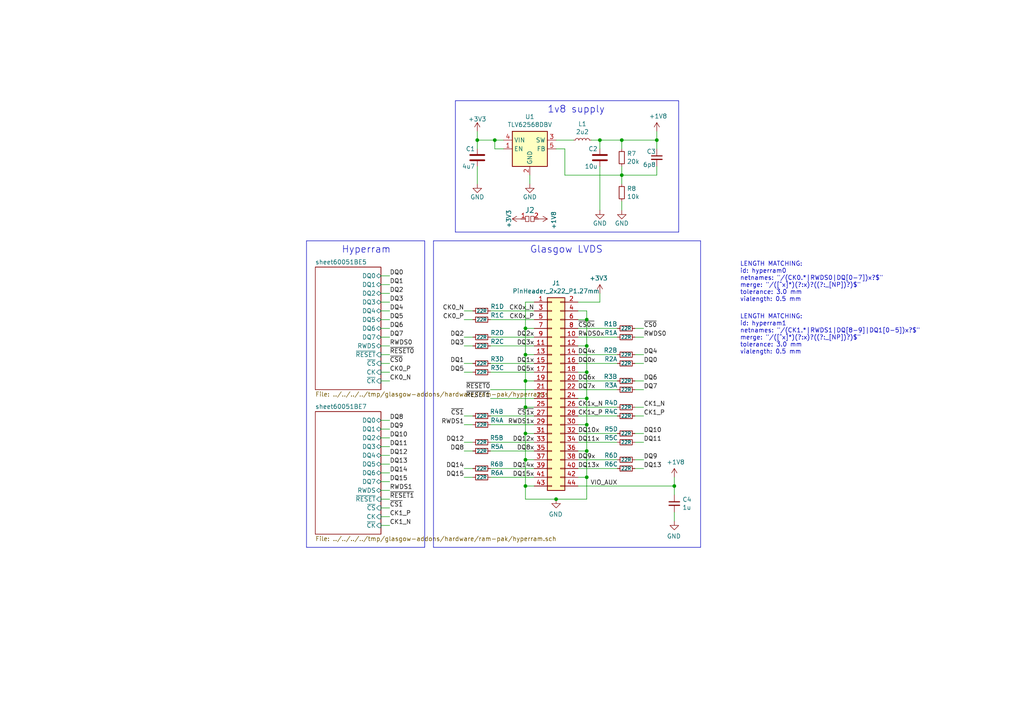
<source format=kicad_sch>
(kicad_sch (version 20230121) (generator eeschema)
  (paper "A4")
  (title_block (title "Glasgow Ram-Pak") (rev "V0.1c") (company "1BitSquared") (comment 1 "(C) 2021 1BitSquared") (comment 2 "(C) 2021 Piotr Esden-Tempski") (comment 3 "License: CC-BY-SA 4.0"))
  (lib_symbols
    (symbol "Connector_Generic:Conn_02x22_Odd_Even" (pin_names (offset 1.016) hide)
      (property "Reference" "J" (at 1.27 27.94 0))
      (property "Value" "Conn_02x22_Odd_Even" (at 1.27 -30.48 0))
      (symbol "Conn_02x22_Odd_Even_1_1"
        (rectangle (start -1.27 -27.813) (end 0 -28.067) (stroke (width 0.1524)))
        (rectangle (start -1.27 -25.273) (end 0 -25.527) (stroke (width 0.1524)))
        (rectangle (start -1.27 -22.733) (end 0 -22.987) (stroke (width 0.1524)))
        (rectangle (start -1.27 -20.193) (end 0 -20.447) (stroke (width 0.1524)))
        (rectangle (start -1.27 -17.653) (end 0 -17.907) (stroke (width 0.1524)))
        (rectangle (start -1.27 -15.113) (end 0 -15.367) (stroke (width 0.1524)))
        (rectangle (start -1.27 -12.573) (end 0 -12.827) (stroke (width 0.1524)))
        (rectangle (start -1.27 -10.033) (end 0 -10.287) (stroke (width 0.1524)))
        (rectangle (start -1.27 -7.493) (end 0 -7.747) (stroke (width 0.1524)))
        (rectangle (start -1.27 -4.953) (end 0 -5.207) (stroke (width 0.1524)))
        (rectangle (start -1.27 -2.413) (end 0 -2.667) (stroke (width 0.1524)))
        (rectangle (start -1.27 0.127) (end 0 -0.127) (stroke (width 0.1524)))
        (rectangle (start -1.27 2.667) (end 0 2.413) (stroke (width 0.1524)))
        (rectangle (start -1.27 5.207) (end 0 4.953) (stroke (width 0.1524)))
        (rectangle (start -1.27 7.747) (end 0 7.493) (stroke (width 0.1524)))
        (rectangle (start -1.27 10.287) (end 0 10.033) (stroke (width 0.1524)))
        (rectangle (start -1.27 12.827) (end 0 12.573) (stroke (width 0.1524)))
        (rectangle (start -1.27 15.367) (end 0 15.113) (stroke (width 0.1524)))
        (rectangle (start -1.27 17.907) (end 0 17.653) (stroke (width 0.1524)))
        (rectangle (start -1.27 20.447) (end 0 20.193) (stroke (width 0.1524)))
        (rectangle (start -1.27 22.987) (end 0 22.733) (stroke (width 0.1524)))
        (rectangle (start -1.27 25.527) (end 0 25.273) (stroke (width 0.1524)))
        (rectangle (start -1.27 26.67) (end 3.81 -29.21) (stroke (width 0.254)) (fill (type background)))
        (rectangle (start 3.81 -27.813) (end 2.54 -28.067) (stroke (width 0.1524)))
        (rectangle (start 3.81 -25.273) (end 2.54 -25.527) (stroke (width 0.1524)))
        (rectangle (start 3.81 -22.733) (end 2.54 -22.987) (stroke (width 0.1524)))
        (rectangle (start 3.81 -20.193) (end 2.54 -20.447) (stroke (width 0.1524)))
        (rectangle (start 3.81 -17.653) (end 2.54 -17.907) (stroke (width 0.1524)))
        (rectangle (start 3.81 -15.113) (end 2.54 -15.367) (stroke (width 0.1524)))
        (rectangle (start 3.81 -12.573) (end 2.54 -12.827) (stroke (width 0.1524)))
        (rectangle (start 3.81 -10.033) (end 2.54 -10.287) (stroke (width 0.1524)))
        (rectangle (start 3.81 -7.493) (end 2.54 -7.747) (stroke (width 0.1524)))
        (rectangle (start 3.81 -4.953) (end 2.54 -5.207) (stroke (width 0.1524)))
        (rectangle (start 3.81 -2.413) (end 2.54 -2.667) (stroke (width 0.1524)))
        (rectangle (start 3.81 0.127) (end 2.54 -0.127) (stroke (width 0.1524)))
        (rectangle (start 3.81 2.667) (end 2.54 2.413) (stroke (width 0.1524)))
        (rectangle (start 3.81 5.207) (end 2.54 4.953) (stroke (width 0.1524)))
        (rectangle (start 3.81 7.747) (end 2.54 7.493) (stroke (width 0.1524)))
        (rectangle (start 3.81 10.287) (end 2.54 10.033) (stroke (width 0.1524)))
        (rectangle (start 3.81 12.827) (end 2.54 12.573) (stroke (width 0.1524)))
        (rectangle (start 3.81 15.367) (end 2.54 15.113) (stroke (width 0.1524)))
        (rectangle (start 3.81 17.907) (end 2.54 17.653) (stroke (width 0.1524)))
        (rectangle (start 3.81 20.447) (end 2.54 20.193) (stroke (width 0.1524)))
        (rectangle (start 3.81 22.987) (end 2.54 22.733) (stroke (width 0.1524)))
        (rectangle (start 3.81 25.527) (end 2.54 25.273) (stroke (width 0.1524)))
        (pin passive line (at -5.08 25.4 0) (length 3.81) (name "Pin_1") (number "1"))
        (pin passive line (at 7.62 15.24 180) (length 3.81) (name "Pin_10") (number "10"))
        (pin passive line (at -5.08 12.7 0) (length 3.81) (name "Pin_11") (number "11"))
        (pin passive line (at 7.62 12.7 180) (length 3.81) (name "Pin_12") (number "12"))
        (pin passive line (at -5.08 10.16 0) (length 3.81) (name "Pin_13") (number "13"))
        (pin passive line (at 7.62 10.16 180) (length 3.81) (name "Pin_14") (number "14"))
        (pin passive line (at -5.08 7.62 0) (length 3.81) (name "Pin_15") (number "15"))
        (pin passive line (at 7.62 7.62 180) (length 3.81) (name "Pin_16") (number "16"))
        (pin passive line (at -5.08 5.08 0) (length 3.81) (name "Pin_17") (number "17"))
        (pin passive line (at 7.62 5.08 180) (length 3.81) (name "Pin_18") (number "18"))
        (pin passive line (at -5.08 2.54 0) (length 3.81) (name "Pin_19") (number "19"))
        (pin passive line (at 7.62 25.4 180) (length 3.81) (name "Pin_2") (number "2"))
        (pin passive line (at 7.62 2.54 180) (length 3.81) (name "Pin_20") (number "20"))
        (pin passive line (at -5.08 0 0) (length 3.81) (name "Pin_21") (number "21"))
        (pin passive line (at 7.62 0 180) (length 3.81) (name "Pin_22") (number "22"))
        (pin passive line (at -5.08 -2.54 0) (length 3.81) (name "Pin_23") (number "23"))
        (pin passive line (at 7.62 -2.54 180) (length 3.81) (name "Pin_24") (number "24"))
        (pin passive line (at -5.08 -5.08 0) (length 3.81) (name "Pin_25") (number "25"))
        (pin passive line (at 7.62 -5.08 180) (length 3.81) (name "Pin_26") (number "26"))
        (pin passive line (at -5.08 -7.62 0) (length 3.81) (name "Pin_27") (number "27"))
        (pin passive line (at 7.62 -7.62 180) (length 3.81) (name "Pin_28") (number "28"))
        (pin passive line (at -5.08 -10.16 0) (length 3.81) (name "Pin_29") (number "29"))
        (pin passive line (at -5.08 22.86 0) (length 3.81) (name "Pin_3") (number "3"))
        (pin passive line (at 7.62 -10.16 180) (length 3.81) (name "Pin_30") (number "30"))
        (pin passive line (at -5.08 -12.7 0) (length 3.81) (name "Pin_31") (number "31"))
        (pin passive line (at 7.62 -12.7 180) (length 3.81) (name "Pin_32") (number "32"))
        (pin passive line (at -5.08 -15.24 0) (length 3.81) (name "Pin_33") (number "33"))
        (pin passive line (at 7.62 -15.24 180) (length 3.81) (name "Pin_34") (number "34"))
        (pin passive line (at -5.08 -17.78 0) (length 3.81) (name "Pin_35") (number "35"))
        (pin passive line (at 7.62 -17.78 180) (length 3.81) (name "Pin_36") (number "36"))
        (pin passive line (at -5.08 -20.32 0) (length 3.81) (name "Pin_37") (number "37"))
        (pin passive line (at 7.62 -20.32 180) (length 3.81) (name "Pin_38") (number "38"))
        (pin passive line (at -5.08 -22.86 0) (length 3.81) (name "Pin_39") (number "39"))
        (pin passive line (at 7.62 22.86 180) (length 3.81) (name "Pin_4") (number "4"))
        (pin passive line (at 7.62 -22.86 180) (length 3.81) (name "Pin_40") (number "40"))
        (pin passive line (at -5.08 -25.4 0) (length 3.81) (name "Pin_41") (number "41"))
        (pin passive line (at 7.62 -25.4 180) (length 3.81) (name "Pin_42") (number "42"))
        (pin passive line (at -5.08 -27.94 0) (length 3.81) (name "Pin_43") (number "43"))
        (pin passive line (at 7.62 -27.94 180) (length 3.81) (name "Pin_44") (number "44"))
        (pin passive line (at -5.08 20.32 0) (length 3.81) (name "Pin_5") (number "5"))
        (pin passive line (at 7.62 20.32 180) (length 3.81) (name "Pin_6") (number "6"))
        (pin passive line (at -5.08 17.78 0) (length 3.81) (name "Pin_7") (number "7"))
        (pin passive line (at 7.62 17.78 180) (length 3.81) (name "Pin_8") (number "8"))
        (pin passive line (at -5.08 15.24 0) (length 3.81) (name "Pin_9") (number "9"))
      )
    )
    (symbol "Regulator_Switching:TLV62568DBV"
      (property "Reference" "U" (at -5.08 6.35 0))
      (property "Value" "TLV62568DBV" (at 0 6.35 0))
      (symbol "TLV62568DBV_0_1"
        (rectangle (start -5.08 5.08) (end 5.08 -5.08) (stroke (width 0.254)) (fill (type background)))
      )
      (symbol "TLV62568DBV_1_1"
        (pin input line (at -7.62 0 0) (length 2.54) (name "EN") (number "1"))
        (pin power_in line (at 0 -7.62 90) (length 2.54) (name "GND") (number "2"))
        (pin power_out line (at 7.62 2.54 180) (length 2.54) (name "SW") (number "3"))
        (pin power_in line (at -7.62 2.54 0) (length 2.54) (name "VIN") (number "4"))
        (pin input line (at 7.62 0 180) (length 2.54) (name "FB") (number "5"))
      )
    )
    (symbol "power:+1V8" (power) (pin_names (offset 0))
      (property "Value" "+1V8" (at 0 3.556 0))
      (symbol "+1V8_0_1"
        (polyline (pts (xy -0.762 1.27) (xy 0 2.54)))
        (polyline (pts (xy 0 0) (xy 0 2.54)))
        (polyline (pts (xy 0 2.54) (xy 0.762 1.27)))
      )
      (symbol "+1V8_1_1"
        (pin power_in line (at 0 0 90) (length 0) hide (name "+1V8") (number "1"))
      )
    )
    (symbol "power:+3V3" (power) (pin_names (offset 0))
      (property "Value" "+3V3" (at 0 3.556 0))
      (symbol "+3V3_0_1"
        (polyline (pts (xy -0.762 1.27) (xy 0 2.54)))
        (polyline (pts (xy 0 0) (xy 0 2.54)))
        (polyline (pts (xy 0 2.54) (xy 0.762 1.27)))
      )
      (symbol "+3V3_1_1"
        (pin power_in line (at 0 0 90) (length 0) hide (name "+3V3") (number "1"))
      )
    )
    (symbol "power:GND" (power) (pin_names (offset 0))
      (property "Value" "GND" (at 0 -3.81 0))
      (symbol "GND_0_1"
        (polyline (pts (xy 0 0) (xy 0 -1.27) (xy 1.27 -1.27) (xy 0 -2.54) (xy -1.27 -1.27) (xy 0 -1.27)))
      )
      (symbol "GND_1_1"
        (pin power_in line (at 0 0 270) (length 0) hide (name "GND") (number "1"))
      )
    )
    (symbol "ram-pak-rescue:+3.3V-power" (power) (pin_names (offset 0))
      (property "Value" "+3.3V-power" (at 0 3.556 0))
      (symbol "+3.3V-power_0_1"
        (polyline (pts (xy -0.762 1.27) (xy 0 2.54)))
        (polyline (pts (xy 0 0) (xy 0 2.54)))
        (polyline (pts (xy 0 2.54) (xy 0.762 1.27)))
      )
      (symbol "+3.3V-power_1_1"
        (pin power_in line (at 0 0 90) (length 0) hide (name "+3V3") (number "1"))
      )
    )
    (symbol "ram-pak-rescue:pkl_C-pkl_device" (pin_numbers hide) (pin_names (offset 0.254))
      (property "Reference" "C" (at 0.635 2.54 0))
      (property "Value" "pkl_device_pkl_C" (at 0.635 -2.54 0))
      (symbol "pkl_C-pkl_device_0_1"
        (polyline (pts (xy -2.032 -0.762) (xy 2.032 -0.762)) (stroke (width 0.508)))
        (polyline (pts (xy -2.032 0.762) (xy 2.032 0.762)) (stroke (width 0.508)))
      )
      (symbol "pkl_C-pkl_device_1_1"
        (pin passive line (at 0 2.54 270) (length 1.524) (name "~") (number "1"))
        (pin passive line (at 0 -2.54 90) (length 1.524) (name "~") (number "2"))
      )
    )
    (symbol "ram-pak-rescue:pkl_C_Small-pkl_device" (pin_numbers hide) (pin_names (offset 0.254) hide)
      (property "Reference" "C" (at 0.254 1.778 0))
      (property "Value" "pkl_device_pkl_C_Small" (at 0.254 -2.032 0))
      (symbol "pkl_C_Small-pkl_device_0_1"
        (polyline (pts (xy -1.524 -0.508) (xy 1.524 -0.508)) (stroke (width 0.3302)))
        (polyline (pts (xy -1.524 0.508) (xy 1.524 0.508)) (stroke (width 0.3048)))
      )
      (symbol "pkl_C_Small-pkl_device_1_1"
        (pin passive line (at 0 2.54 270) (length 1.905) (name "~") (number "1"))
        (pin passive line (at 0 -2.54 90) (length 2.032) (name "~") (number "2"))
      )
    )
    (symbol "ram-pak-rescue:pkl_L_Small-pkl_device" (pin_numbers hide) (pin_names (offset 0) hide)
      (property "Reference" "L" (at 1.524 1.27 0))
      (property "Value" "pkl_device_pkl_L_Small" (at 1.524 -1.27 0))
      (symbol "pkl_L_Small-pkl_device_0_1"
        (arc (start 0 -2.032) (mid 0.5058 -1.524) (end 0 -1.016))
        (arc (start 0 -1.016) (mid 0.5058 -0.508) (end 0 0))
        (arc (start 0 0) (mid 0.5058 0.508) (end 0 1.016))
        (arc (start 0 1.016) (mid 0.5058 1.524) (end 0 2.032))
      )
      (symbol "pkl_L_Small-pkl_device_1_1"
        (pin input line (at 0 -2.54 90) (length 0.508) (name "1") (number "1"))
        (pin input line (at 0 2.54 270) (length 0.508) (name "2") (number "2"))
      )
    )
    (symbol "ram-pak-rescue:pkl_R4_Small-pkl_device" (pin_numbers hide) (pin_names (offset 0.254) hide)
      (property "Reference" "R" (at 0.762 0.508 0))
      (property "Value" "pkl_device_pkl_R4_Small" (at 0.762 -1.016 0))
      (symbol "pkl_R4_Small-pkl_device_0_1"
        (rectangle (start -0.762 1.778) (end 0.762 -1.778) (stroke (width 0.2032)))
      )
      (symbol "pkl_R4_Small-pkl_device_1_1"
        (pin passive line (at 0 2.54 270) (length 0.762) (name "~") (number "1"))
        (pin passive line (at 0 -2.54 90) (length 0.762) (name "~") (number "2"))
      )
      (symbol "pkl_R4_Small-pkl_device_2_1"
        (pin passive line (at 0 2.54 270) (length 0.762) (name "~") (number "3"))
        (pin passive line (at 0 -2.54 90) (length 0.762) (name "~") (number "4"))
      )
      (symbol "pkl_R4_Small-pkl_device_3_1"
        (pin passive line (at 0 2.54 270) (length 0.762) (name "~") (number "5"))
        (pin passive line (at 0 -2.54 90) (length 0.762) (name "~") (number "6"))
      )
      (symbol "pkl_R4_Small-pkl_device_4_1"
        (pin passive line (at 0 2.54 270) (length 0.762) (name "~") (number "7"))
        (pin passive line (at 0 -2.54 90) (length 0.762) (name "~") (number "8"))
      )
    )
    (symbol "ram-pak-rescue:pkl_R_Small-pkl_device" (pin_numbers hide) (pin_names (offset 0.254) hide)
      (property "Reference" "R" (at 0.762 0.508 0))
      (property "Value" "pkl_device_pkl_R_Small" (at 0.762 -1.016 0))
      (symbol "pkl_R_Small-pkl_device_0_1"
        (rectangle (start -0.762 1.778) (end 0.762 -1.778) (stroke (width 0.2032)))
      )
      (symbol "pkl_R_Small-pkl_device_1_1"
        (pin passive line (at 0 2.54 270) (length 0.762) (name "~") (number "1"))
        (pin passive line (at 0 -2.54 90) (length 0.762) (name "~") (number "2"))
      )
    )
    (symbol "ram-pak-rescue:pkl_jumper-pkl_misc" (pin_names (offset 1.016))
      (property "Reference" "J" (at 2.54 -2.54 0))
      (property "Value" "pkl_misc_pkl_jumper" (at 0 3.81 0))
      (symbol "pkl_jumper-pkl_misc_0_1"
        (rectangle (start -1.27 0.762) (end -0.254 -0.762))
        (rectangle (start 0.254 0.762) (end 1.27 -0.762))
      )
      (symbol "pkl_jumper-pkl_misc_1_1"
        (pin passive line (at -2.54 0 0) (length 1.27) (name "~") (number "1"))
        (pin passive line (at 2.54 0 180) (length 1.27) (name "~") (number "2"))
      )
    )
  )
  (junction (at 170.18 107.95))
  (junction (at 152.4 118.11))
  (junction (at 170.18 123.19))
  (junction (at 180.34 40.64))
  (junction (at 173.99 40.64))
  (junction (at 180.34 50.8))
  (junction (at 143.51 40.64))
  (junction (at 190.5 40.64))
  (junction (at 170.18 138.43))
  (junction (at 152.4 110.49))
  (junction (at 170.18 115.57))
  (junction (at 195.58 140.97))
  (junction (at 170.18 100.33))
  (junction (at 170.18 92.71))
  (junction (at 152.4 133.35))
  (junction (at 138.43 40.64))
  (junction (at 152.4 102.87))
  (junction (at 152.4 95.25))
  (junction (at 170.18 130.81))
  (junction (at 161.29 144.78))
  (junction (at 152.4 140.97))
  (junction (at 152.4 125.73))
  (wire (pts (xy 161.29 144.78) (xy 152.4 144.78)))
  (wire (pts (xy 167.64 110.49) (xy 179.07 110.49)))
  (wire (pts (xy 110.49 149.86) (xy 113.03 149.86)))
  (wire (pts (xy 110.49 80.01) (xy 113.03 80.01)))
  (wire (pts (xy 138.43 43.18) (xy 138.43 40.64)))
  (wire (pts (xy 138.43 48.26) (xy 138.43 53.34)))
  (wire (pts (xy 195.58 140.97) (xy 195.58 143.51)))
  (wire (pts (xy 163.83 43.18) (xy 161.29 43.18)))
  (wire (pts (xy 152.4 118.11) (xy 152.4 125.73)))
  (wire (pts (xy 110.49 82.55) (xy 113.03 82.55)))
  (wire (pts (xy 146.05 43.18) (xy 143.51 43.18)))
  (wire (pts (xy 167.64 133.35) (xy 179.07 133.35)))
  (wire (pts (xy 154.94 100.33) (xy 142.24 100.33)))
  (wire (pts (xy 170.18 92.71) (xy 170.18 100.33)))
  (polyline (pts (xy 196.85 67.31) (xy 132.08 67.31)))
  (wire (pts (xy 180.34 58.42) (xy 180.34 60.96)))
  (wire (pts (xy 167.64 102.87) (xy 179.07 102.87)))
  (wire (pts (xy 152.4 140.97) (xy 152.4 144.78)))
  (wire (pts (xy 110.49 137.16) (xy 113.03 137.16)))
  (wire (pts (xy 152.4 87.63) (xy 152.4 95.25)))
  (wire (pts (xy 167.64 90.17) (xy 170.18 90.17)))
  (wire (pts (xy 137.16 90.17) (xy 134.62 90.17)))
  (wire (pts (xy 110.49 139.7) (xy 113.03 139.7)))
  (wire (pts (xy 163.83 50.8) (xy 163.83 43.18)))
  (wire (pts (xy 170.18 90.17) (xy 170.18 92.71)))
  (wire (pts (xy 179.07 113.03) (xy 167.64 113.03)))
  (wire (pts (xy 134.62 107.95) (xy 137.16 107.95)))
  (wire (pts (xy 142.24 120.65) (xy 154.94 120.65)))
  (wire (pts (xy 110.49 124.46) (xy 113.03 124.46)))
  (wire (pts (xy 167.64 140.97) (xy 195.58 140.97)))
  (wire (pts (xy 190.5 40.64) (xy 190.5 38.1)))
  (wire (pts (xy 154.94 92.71) (xy 142.24 92.71)))
  (wire (pts (xy 134.62 105.41) (xy 137.16 105.41)))
  (wire (pts (xy 186.69 118.11) (xy 184.15 118.11)))
  (wire (pts (xy 110.49 147.32) (xy 113.03 147.32)))
  (polyline (pts (xy 132.08 67.31) (xy 132.08 29.21)))
  (wire (pts (xy 180.34 50.8) (xy 163.83 50.8)))
  (wire (pts (xy 186.69 133.35) (xy 184.15 133.35)))
  (wire (pts (xy 137.16 97.79) (xy 134.62 97.79)))
  (wire (pts (xy 152.4 133.35) (xy 152.4 140.97)))
  (wire (pts (xy 152.4 110.49) (xy 152.4 118.11)))
  (polyline (pts (xy 125.73 158.75) (xy 125.73 69.85)))
  (wire (pts (xy 173.99 40.64) (xy 180.34 40.64)))
  (wire (pts (xy 143.51 40.64) (xy 138.43 40.64)))
  (wire (pts (xy 154.94 115.57) (xy 142.24 115.57)))
  (wire (pts (xy 154.94 133.35) (xy 152.4 133.35)))
  (wire (pts (xy 186.69 120.65) (xy 184.15 120.65)))
  (wire (pts (xy 186.69 128.27) (xy 184.15 128.27)))
  (wire (pts (xy 142.24 97.79) (xy 154.94 97.79)))
  (wire (pts (xy 170.18 107.95) (xy 170.18 115.57)))
  (wire (pts (xy 152.4 95.25) (xy 152.4 102.87)))
  (wire (pts (xy 195.58 148.59) (xy 195.58 151.13)))
  (wire (pts (xy 167.64 130.81) (xy 170.18 130.81)))
  (wire (pts (xy 170.18 130.81) (xy 170.18 138.43)))
  (wire (pts (xy 180.34 48.26) (xy 180.34 50.8)))
  (wire (pts (xy 110.49 132.08) (xy 113.03 132.08)))
  (wire (pts (xy 110.49 105.41) (xy 113.03 105.41)))
  (wire (pts (xy 184.15 97.79) (xy 186.69 97.79)))
  (polyline (pts (xy 203.2 158.75) (xy 125.73 158.75)))
  (wire (pts (xy 110.49 134.62) (xy 113.03 134.62)))
  (wire (pts (xy 110.49 121.92) (xy 113.03 121.92)))
  (wire (pts (xy 110.49 97.79) (xy 113.03 97.79)))
  (wire (pts (xy 180.34 40.64) (xy 190.5 40.64)))
  (wire (pts (xy 138.43 40.64) (xy 138.43 38.1)))
  (polyline (pts (xy 88.9 158.75) (xy 88.9 69.85)))
  (wire (pts (xy 110.49 107.95) (xy 113.03 107.95)))
  (wire (pts (xy 110.49 87.63) (xy 113.03 87.63)))
  (wire (pts (xy 154.94 130.81) (xy 142.24 130.81)))
  (wire (pts (xy 179.07 128.27) (xy 167.64 128.27)))
  (wire (pts (xy 110.49 142.24) (xy 113.03 142.24)))
  (wire (pts (xy 110.49 144.78) (xy 113.03 144.78)))
  (wire (pts (xy 195.58 140.97) (xy 195.58 138.43)))
  (wire (pts (xy 167.64 120.65) (xy 179.07 120.65)))
  (wire (pts (xy 137.16 92.71) (xy 134.62 92.71)))
  (wire (pts (xy 190.5 50.8) (xy 180.34 50.8)))
  (wire (pts (xy 154.94 125.73) (xy 152.4 125.73)))
  (wire (pts (xy 167.64 92.71) (xy 170.18 92.71)))
  (wire (pts (xy 137.16 135.89) (xy 134.62 135.89)))
  (wire (pts (xy 154.94 87.63) (xy 152.4 87.63)))
  (wire (pts (xy 167.64 118.11) (xy 179.07 118.11)))
  (polyline (pts (xy 123.19 69.85) (xy 123.19 158.75)))
  (wire (pts (xy 167.64 115.57) (xy 170.18 115.57)))
  (wire (pts (xy 152.4 125.73) (xy 152.4 133.35)))
  (polyline (pts (xy 88.9 69.85) (xy 123.19 69.85)))
  (wire (pts (xy 184.15 113.03) (xy 186.69 113.03)))
  (wire (pts (xy 142.24 135.89) (xy 154.94 135.89)))
  (wire (pts (xy 110.49 85.09) (xy 113.03 85.09)))
  (wire (pts (xy 154.94 118.11) (xy 152.4 118.11)))
  (wire (pts (xy 110.49 100.33) (xy 113.03 100.33)))
  (wire (pts (xy 110.49 90.17) (xy 113.03 90.17)))
  (wire (pts (xy 179.07 105.41) (xy 167.64 105.41)))
  (wire (pts (xy 170.18 138.43) (xy 167.64 138.43)))
  (wire (pts (xy 190.5 40.64) (xy 190.5 43.18)))
  (wire (pts (xy 142.24 113.03) (xy 154.94 113.03)))
  (wire (pts (xy 110.49 152.4) (xy 113.03 152.4)))
  (wire (pts (xy 154.94 102.87) (xy 152.4 102.87)))
  (wire (pts (xy 143.51 43.18) (xy 143.51 40.64)))
  (wire (pts (xy 110.49 127) (xy 113.03 127)))
  (polyline (pts (xy 203.2 69.85) (xy 203.2 158.75)))
  (wire (pts (xy 153.67 50.8) (xy 153.67 53.34)))
  (wire (pts (xy 110.49 129.54) (xy 113.03 129.54)))
  (wire (pts (xy 167.64 100.33) (xy 170.18 100.33)))
  (wire (pts (xy 154.94 107.95) (xy 142.24 107.95)))
  (wire (pts (xy 179.07 97.79) (xy 167.64 97.79)))
  (wire (pts (xy 173.99 85.09) (xy 173.99 87.63)))
  (wire (pts (xy 173.99 48.26) (xy 173.99 60.96)))
  (wire (pts (xy 146.05 40.64) (xy 143.51 40.64)))
  (wire (pts (xy 186.69 125.73) (xy 184.15 125.73)))
  (polyline (pts (xy 123.19 158.75) (xy 88.9 158.75)))
  (wire (pts (xy 110.49 110.49) (xy 113.03 110.49)))
  (wire (pts (xy 142.24 90.17) (xy 154.94 90.17)))
  (wire (pts (xy 137.16 130.81) (xy 134.62 130.81)))
  (wire (pts (xy 142.24 128.27) (xy 154.94 128.27)))
  (wire (pts (xy 173.99 40.64) (xy 173.99 43.18)))
  (wire (pts (xy 170.18 115.57) (xy 170.18 123.19)))
  (wire (pts (xy 152.4 102.87) (xy 152.4 110.49)))
  (wire (pts (xy 180.34 40.64) (xy 180.34 43.18)))
  (wire (pts (xy 137.16 120.65) (xy 134.62 120.65)))
  (wire (pts (xy 186.69 135.89) (xy 184.15 135.89)))
  (wire (pts (xy 167.64 125.73) (xy 179.07 125.73)))
  (wire (pts (xy 137.16 138.43) (xy 134.62 138.43)))
  (wire (pts (xy 137.16 128.27) (xy 134.62 128.27)))
  (wire (pts (xy 171.45 40.64) (xy 173.99 40.64)))
  (wire (pts (xy 110.49 95.25) (xy 113.03 95.25)))
  (wire (pts (xy 184.15 95.25) (xy 186.69 95.25)))
  (polyline (pts (xy 125.73 69.85) (xy 203.2 69.85)))
  (polyline (pts (xy 132.08 29.21) (xy 196.85 29.21)))
  (wire (pts (xy 154.94 140.97) (xy 152.4 140.97)))
  (wire (pts (xy 137.16 123.19) (xy 134.62 123.19)))
  (wire (pts (xy 161.29 40.64) (xy 166.37 40.64)))
  (wire (pts (xy 170.18 138.43) (xy 170.18 144.78)))
  (wire (pts (xy 110.49 102.87) (xy 113.03 102.87)))
  (wire (pts (xy 154.94 123.19) (xy 142.24 123.19)))
  (wire (pts (xy 184.15 102.87) (xy 186.69 102.87)))
  (wire (pts (xy 180.34 50.8) (xy 180.34 53.34)))
  (wire (pts (xy 170.18 144.78) (xy 161.29 144.78)))
  (wire (pts (xy 154.94 110.49) (xy 152.4 110.49)))
  (wire (pts (xy 170.18 107.95) (xy 167.64 107.95)))
  (wire (pts (xy 170.18 100.33) (xy 170.18 107.95)))
  (wire (pts (xy 154.94 138.43) (xy 142.24 138.43)))
  (wire (pts (xy 154.94 95.25) (xy 152.4 95.25)))
  (polyline (pts (xy 196.85 29.21) (xy 196.85 67.31)))
  (wire (pts (xy 137.16 100.33) (xy 134.62 100.33)))
  (wire (pts (xy 110.49 92.71) (xy 113.03 92.71)))
  (wire (pts (xy 184.15 105.41) (xy 186.69 105.41)))
  (wire (pts (xy 142.24 105.41) (xy 154.94 105.41)))
  (wire (pts (xy 170.18 123.19) (xy 170.18 130.81)))
  (wire (pts (xy 179.07 135.89) (xy 167.64 135.89)))
  (wire (pts (xy 190.5 48.26) (xy 190.5 50.8)))
  (wire (pts (xy 167.64 95.25) (xy 179.07 95.25)))
  (wire (pts (xy 184.15 110.49) (xy 186.69 110.49)))
  (wire (pts (xy 170.18 123.19) (xy 167.64 123.19)))
  (wire (pts (xy 173.99 87.63) (xy 167.64 87.63)))
  (text "1v8 supply" (at 158.75 33.02 0) (effects (font (size 2.0066 2.0066)) (justify left bottom)))
  (text "LENGTH MATCHING:\nid: hyperram0\nnetnames: \"/(CK0.*|RWDS0|DQ[0-7])x?$\"\nmerge: \"/([^x]*)(?:x)?((?:_[NP])?)$\"\ntolerance: 3.0 mm\nvialength: 0.5 mm" (at 214.63 87.63 0) (effects (font (size 1.27 1.27)) (justify left bottom)))
  (text "LENGTH MATCHING:\nid: hyperram1\nnetnames: \"/(CK1.*|RWDS1|DQ[8-9]|DQ1[0-5])x?$\"\nmerge: \"/([^x]*)(?:x)?((?:_[NP])?)$\"\ntolerance: 3.0 mm\nvialength: 0.5 mm" (at 214.63 102.87 0) (effects (font (size 1.27 1.27)) (justify left bottom)))
  (text "Glasgow LVDS" (at 153.67 73.66 0) (effects (font (size 2.0066 2.0066)) (justify left bottom)))
  (text "Hyperram" (at 99.06 73.66 0) (effects (font (size 2.0066 2.0066)) (justify left bottom)))
  (label "DQ4" (at 113.03 90.17 0))
  (label "~{CS0x}" (at 167.64 95.25 0))
  (label "DQ2" (at 134.62 97.79 180))
  (label "DQ12" (at 113.03 132.08 0))
  (label "DQ2x" (at 154.94 97.79 180))
  (label "CK1x_N" (at 167.64 118.11 0))
  (label "DQ10x" (at 167.64 125.73 0))
  (label "DQ9" (at 113.03 124.46 0))
  (label "CK0_N" (at 134.62 90.17 180))
  (label "DQ15x" (at 154.94 138.43 180))
  (label "DQ0" (at 186.69 105.41 0))
  (label "CK0x_P" (at 154.94 92.71 180))
  (label "RWDS1" (at 134.62 123.19 180))
  (label "DQ5" (at 134.62 107.95 180))
  (label "DQ3x" (at 154.94 100.33 180))
  (label "DQ13x" (at 167.64 135.89 0))
  (label "DQ0x" (at 167.64 105.41 0))
  (label "DQ11x" (at 167.64 128.27 0))
  (label "DQ14" (at 113.03 137.16 0))
  (label "DQ3" (at 134.62 100.33 180))
  (label "DQ7" (at 186.69 113.03 0))
  (label "DQ4" (at 186.69 102.87 0))
  (label "DQ6" (at 113.03 95.25 0))
  (label "RWDS1" (at 113.03 142.24 0))
  (label "VIO_AUX" (at 179.07 140.97 180))
  (label "DQ3" (at 113.03 87.63 0))
  (label "DQ1x" (at 154.94 105.41 180))
  (label "DQ5" (at 113.03 92.71 0))
  (label "DQ5x" (at 154.94 107.95 180))
  (label "DQ10" (at 113.03 127 0))
  (label "~{CS1}" (at 113.03 147.32 0))
  (label "DQ8" (at 134.62 130.81 180))
  (label "DQ4x" (at 167.64 102.87 0))
  (label "DQ12x" (at 154.94 128.27 180))
  (label "DQ14x" (at 154.94 135.89 180))
  (label "~{CS0}" (at 186.69 95.25 0))
  (label "CK1_N" (at 113.03 152.4 0))
  (label "DQ8x" (at 154.94 130.81 180))
  (label "DQ9x" (at 167.64 133.35 0))
  (label "DQ6" (at 186.69 110.49 0))
  (label "CK0_N" (at 113.03 110.49 0))
  (label "~{CS1x}" (at 154.94 120.65 180))
  (label "~{RESET1}" (at 142.24 115.57 180))
  (label "DQ15" (at 134.62 138.43 180))
  (label "DQ13" (at 186.69 135.89 0))
  (label "DQ12" (at 134.62 128.27 180))
  (label "DQ11" (at 113.03 129.54 0))
  (label "CK1_P" (at 113.03 149.86 0))
  (label "DQ8" (at 113.03 121.92 0))
  (label "~{RESET1}" (at 113.03 144.78 0))
  (label "~{CS0}" (at 113.03 105.41 0))
  (label "DQ10" (at 186.69 125.73 0))
  (label "DQ14" (at 134.62 135.89 180))
  (label "CK1_N" (at 186.69 118.11 0))
  (label "CK0x_N" (at 154.94 90.17 180))
  (label "RWDS0" (at 113.03 100.33 0))
  (label "DQ9" (at 186.69 133.35 0))
  (label "DQ15" (at 113.03 139.7 0))
  (label "RWDS0x" (at 167.64 97.79 0))
  (label "DQ1" (at 113.03 82.55 0))
  (label "~{CS1}" (at 134.62 120.65 180))
  (label "~{RESET0}" (at 142.24 113.03 180))
  (label "DQ1" (at 134.62 105.41 180))
  (label "DQ6x" (at 167.64 110.49 0))
  (label "DQ13" (at 113.03 134.62 0))
  (label "CK1x_P" (at 167.64 120.65 0))
  (label "~{RESET0}" (at 113.03 102.87 0))
  (label "DQ11" (at 186.69 128.27 0))
  (label "DQ2" (at 113.03 85.09 0))
  (label "DQ7" (at 113.03 97.79 0))
  (label "RWDS0" (at 186.69 97.79 0))
  (label "CK0_P" (at 134.62 92.71 180))
  (label "CK0_P" (at 113.03 107.95 0))
  (label "DQ7x" (at 167.64 113.03 0))
  (label "RWDS1x" (at 154.94 123.19 180))
  (label "CK1_P" (at 186.69 120.65 0))
  (label "DQ0" (at 113.03 80.01 0))
  (symbol (lib_id "ram-pak-rescue:pkl_R4_Small-pkl_device") (at 181.61 97.79 90) (mirror x) (unit 1)
    (property "Reference" "R1" (at 179.07 96.52 90) (effects (justify left)))
    (property "Value" "22R" (at 181.61 97.79 90) (effects (font (size 0.9906 0.9906))))
    (property "Footprint" "pkl_dipol:R_Array_Convex_4x0402" (effects hide))
    (property "1b2-bom-key" "res-0402cv-array-4-22" (effects hide))
  )
  (symbol (lib_id "power:+1V8") (at 195.58 138.43 0) (unit 1)
    (property "Reference" "#PWR06" (effects hide))
    (property "Value" "+1V8" (at 195.961 134.0358 0))
  )
  (symbol (lib_id "Connector_Generic:Conn_02x22_Odd_Even") (at 160.02 113.03 0) (unit 1)
    (property "Reference" "J1" (at 161.29 82.1182 0))
    (property "Value" "PinHeader_2x22_P1.27mm" (at 161.29 84.4296 0))
    (property "Footprint" "pkl_pin_sockets:PinSocket_2x22_P1.27mm_Vertical_Pass-Through__SMD" (effects hide))
    (property "1b2-bom-key" "conn-smd-005in-22-2-hdr" (effects hide))
    (property "MPN" "FTS-122-01-L-DV" (effects hide))
    (property "Mfg" "Samtec Inc." (effects hide))
  )
  (symbol (lib_id "ram-pak-rescue:+3.3V-power") (at 173.99 85.09 0) (mirror y) (unit 1)
    (property "Reference" "#PWR05" (effects hide))
    (property "Value" "+3.3V" (at 173.609 80.6958 0))
  )
  (symbol (lib_id "power:GND") (at 161.29 144.78 0) (mirror y) (unit 1)
    (property "Reference" "#PWR04" (effects hide))
    (property "Value" "GND" (at 161.163 149.1742 0))
  )
  (symbol (lib_id "ram-pak-rescue:pkl_C_Small-pkl_device") (at 195.58 146.05 0) (unit 1)
    (property "Reference" "C4" (at 197.9168 144.8816 0) (effects (justify left)))
    (property "Value" "1u" (at 197.9168 147.193 0) (effects (justify left)))
    (property "Footprint" "pkl_dipol:C_0402" (effects hide))
    (property "1b2-bom-key" "cap-cer-0402-1u" (effects hide))
  )
  (symbol (lib_id "power:GND") (at 195.58 151.13 0) (mirror y) (unit 1)
    (property "Reference" "#PWR07" (effects hide))
    (property "Value" "GND" (at 195.453 155.5242 0))
  )
  (symbol (lib_id "ram-pak-rescue:pkl_R4_Small-pkl_device") (at 181.61 95.25 90) (mirror x) (unit 2)
    (property "Reference" "R1" (at 179.07 93.98 90) (effects (justify left)))
    (property "Value" "22R" (at 181.61 95.25 90) (effects (font (size 0.9906 0.9906))))
    (property "Footprint" "pkl_dipol:R_Array_Convex_4x0402" (effects hide))
    (property "1b2-bom-key" "res-0402cv-array-4-22" (effects hide))
  )
  (symbol (lib_id "ram-pak-rescue:pkl_R4_Small-pkl_device") (at 139.7 92.71 270) (unit 3)
    (property "Reference" "R1" (at 142.24 91.44 90) (effects (justify left)))
    (property "Value" "22R" (at 139.7 92.71 90) (effects (font (size 0.9906 0.9906))))
    (property "Footprint" "pkl_dipol:R_Array_Convex_4x0402" (effects hide))
    (property "1b2-bom-key" "res-0402cv-array-4-22" (effects hide))
  )
  (symbol (lib_id "ram-pak-rescue:pkl_R4_Small-pkl_device") (at 139.7 90.17 270) (unit 4)
    (property "Reference" "R1" (at 142.24 88.9 90) (effects (justify left)))
    (property "Value" "22R" (at 139.7 90.17 90) (effects (font (size 0.9906 0.9906))))
    (property "Footprint" "pkl_dipol:R_Array_Convex_4x0402" (effects hide))
    (property "1b2-bom-key" "res-0402cv-array-4-22" (effects hide))
  )
  (symbol (lib_id "ram-pak-rescue:pkl_R4_Small-pkl_device") (at 181.61 105.41 90) (mirror x) (unit 1)
    (property "Reference" "R2" (at 179.07 104.14 90) (effects (justify left)))
    (property "Value" "22R" (at 181.61 105.41 90) (effects (font (size 0.9906 0.9906))))
    (property "Footprint" "pkl_dipol:R_Array_Convex_4x0402" (effects hide))
    (property "1b2-bom-key" "res-0402cv-array-4-22" (effects hide))
  )
  (symbol (lib_id "ram-pak-rescue:pkl_R4_Small-pkl_device") (at 181.61 102.87 90) (mirror x) (unit 2)
    (property "Reference" "R2" (at 179.07 101.6 90) (effects (justify left)))
    (property "Value" "22R" (at 181.61 102.87 90) (effects (font (size 0.9906 0.9906))))
    (property "Footprint" "pkl_dipol:R_Array_Convex_4x0402" (effects hide))
    (property "1b2-bom-key" "res-0402cv-array-4-22" (effects hide))
  )
  (symbol (lib_id "ram-pak-rescue:pkl_R4_Small-pkl_device") (at 139.7 100.33 270) (unit 3)
    (property "Reference" "R2" (at 142.24 99.06 90) (effects (justify left)))
    (property "Value" "22R" (at 139.7 100.33 90) (effects (font (size 0.9906 0.9906))))
    (property "Footprint" "pkl_dipol:R_Array_Convex_4x0402" (effects hide))
    (property "1b2-bom-key" "res-0402cv-array-4-22" (effects hide))
  )
  (symbol (lib_id "ram-pak-rescue:pkl_R4_Small-pkl_device") (at 139.7 97.79 270) (unit 4)
    (property "Reference" "R2" (at 142.24 96.52 90) (effects (justify left)))
    (property "Value" "22R" (at 139.7 97.79 90) (effects (font (size 0.9906 0.9906))))
    (property "Footprint" "pkl_dipol:R_Array_Convex_4x0402" (effects hide))
    (property "1b2-bom-key" "res-0402cv-array-4-22" (effects hide))
  )
  (symbol (lib_id "ram-pak-rescue:pkl_R4_Small-pkl_device") (at 181.61 113.03 90) (mirror x) (unit 1)
    (property "Reference" "R3" (at 179.07 111.76 90) (effects (justify left)))
    (property "Value" "22R" (at 181.61 113.03 90) (effects (font (size 0.9906 0.9906))))
    (property "Footprint" "pkl_dipol:R_Array_Convex_4x0402" (effects hide))
    (property "1b2-bom-key" "res-0402cv-array-4-22" (effects hide))
  )
  (symbol (lib_id "ram-pak-rescue:pkl_R4_Small-pkl_device") (at 181.61 110.49 90) (mirror x) (unit 2)
    (property "Reference" "R3" (at 179.07 109.22 90) (effects (justify left)))
    (property "Value" "22R" (at 181.61 110.49 90) (effects (font (size 0.9906 0.9906))))
    (property "Footprint" "pkl_dipol:R_Array_Convex_4x0402" (effects hide))
    (property "1b2-bom-key" "res-0402cv-array-4-22" (effects hide))
  )
  (symbol (lib_id "ram-pak-rescue:pkl_R4_Small-pkl_device") (at 139.7 107.95 270) (unit 3)
    (property "Reference" "R3" (at 142.24 106.68 90) (effects (justify left)))
    (property "Value" "22R" (at 139.7 107.95 90) (effects (font (size 0.9906 0.9906))))
    (property "Footprint" "pkl_dipol:R_Array_Convex_4x0402" (effects hide))
    (property "1b2-bom-key" "res-0402cv-array-4-22" (effects hide))
  )
  (symbol (lib_id "ram-pak-rescue:pkl_R4_Small-pkl_device") (at 139.7 105.41 270) (unit 4)
    (property "Reference" "R3" (at 142.24 104.14 90) (effects (justify left)))
    (property "Value" "22R" (at 139.7 105.41 90) (effects (font (size 0.9906 0.9906))))
    (property "Footprint" "pkl_dipol:R_Array_Convex_4x0402" (effects hide))
    (property "1b2-bom-key" "res-0402cv-array-4-22" (effects hide))
  )
  (symbol (lib_id "ram-pak-rescue:pkl_R4_Small-pkl_device") (at 139.7 123.19 270) (mirror x) (unit 1)
    (property "Reference" "R4" (at 146.05 121.92 90) (effects (justify right)))
    (property "Value" "22R" (at 139.7 123.19 90) (effects (font (size 0.9906 0.9906))))
    (property "Footprint" "pkl_dipol:R_Array_Convex_4x0402" (effects hide))
    (property "1b2-bom-key" "res-0402cv-array-4-22" (effects hide))
  )
  (symbol (lib_id "ram-pak-rescue:pkl_R4_Small-pkl_device") (at 139.7 120.65 270) (unit 2)
    (property "Reference" "R4" (at 146.05 119.38 90) (effects (justify right)))
    (property "Value" "22R" (at 139.7 120.65 90) (effects (font (size 0.9906 0.9906))))
    (property "Footprint" "pkl_dipol:R_Array_Convex_4x0402" (effects hide))
    (property "1b2-bom-key" "res-0402cv-array-4-22" (effects hide))
  )
  (symbol (lib_id "ram-pak-rescue:pkl_R4_Small-pkl_device") (at 181.61 120.65 90) (mirror x) (unit 3)
    (property "Reference" "R4" (at 175.26 119.38 90) (effects (justify right)))
    (property "Value" "22R" (at 181.61 120.65 90) (effects (font (size 0.9906 0.9906))))
    (property "Footprint" "pkl_dipol:R_Array_Convex_4x0402" (effects hide))
    (property "1b2-bom-key" "res-0402cv-array-4-22" (effects hide))
  )
  (symbol (lib_id "ram-pak-rescue:pkl_R4_Small-pkl_device") (at 181.61 118.11 90) (mirror x) (unit 4)
    (property "Reference" "R4" (at 175.26 116.84 90) (effects (justify right)))
    (property "Value" "22R" (at 181.61 118.11 90) (effects (font (size 0.9906 0.9906))))
    (property "Footprint" "pkl_dipol:R_Array_Convex_4x0402" (effects hide))
    (property "1b2-bom-key" "res-0402cv-array-4-22" (effects hide))
  )
  (symbol (lib_id "ram-pak-rescue:pkl_R4_Small-pkl_device") (at 139.7 130.81 270) (unit 1)
    (property "Reference" "R5" (at 146.05 129.54 90) (effects (justify right)))
    (property "Value" "22R" (at 139.7 130.81 90) (effects (font (size 0.9906 0.9906))))
    (property "Footprint" "pkl_dipol:R_Array_Convex_4x0402" (effects hide))
    (property "1b2-bom-key" "res-0402cv-array-4-22" (effects hide))
  )
  (symbol (lib_id "ram-pak-rescue:pkl_R4_Small-pkl_device") (at 139.7 128.27 270) (unit 2)
    (property "Reference" "R5" (at 146.05 127 90) (effects (justify right)))
    (property "Value" "22R" (at 139.7 128.27 90) (effects (font (size 0.9906 0.9906))))
    (property "Footprint" "pkl_dipol:R_Array_Convex_4x0402" (effects hide))
    (property "1b2-bom-key" "res-0402cv-array-4-22" (effects hide))
  )
  (symbol (lib_id "ram-pak-rescue:pkl_R4_Small-pkl_device") (at 181.61 128.27 90) (mirror x) (unit 3)
    (property "Reference" "R5" (at 175.26 127 90) (effects (justify right)))
    (property "Value" "22R" (at 181.61 128.27 90) (effects (font (size 0.9906 0.9906))))
    (property "Footprint" "pkl_dipol:R_Array_Convex_4x0402" (effects hide))
    (property "1b2-bom-key" "res-0402cv-array-4-22" (effects hide))
  )
  (symbol (lib_id "ram-pak-rescue:pkl_R4_Small-pkl_device") (at 181.61 125.73 90) (mirror x) (unit 4)
    (property "Reference" "R5" (at 175.26 124.46 90) (effects (justify right)))
    (property "Value" "22R" (at 181.61 125.73 90) (effects (font (size 0.9906 0.9906))))
    (property "Footprint" "pkl_dipol:R_Array_Convex_4x0402" (effects hide))
    (property "1b2-bom-key" "res-0402cv-array-4-22" (effects hide))
  )
  (symbol (lib_id "ram-pak-rescue:pkl_R4_Small-pkl_device") (at 139.7 138.43 270) (unit 1)
    (property "Reference" "R6" (at 146.05 137.16 90) (effects (justify right)))
    (property "Value" "22R" (at 139.7 138.43 90) (effects (font (size 0.9906 0.9906))))
    (property "Footprint" "pkl_dipol:R_Array_Convex_4x0402" (effects hide))
    (property "1b2-bom-key" "res-0402cv-array-4-22" (effects hide))
  )
  (symbol (lib_id "ram-pak-rescue:pkl_R4_Small-pkl_device") (at 139.7 135.89 270) (unit 2)
    (property "Reference" "R6" (at 146.05 134.62 90) (effects (justify right)))
    (property "Value" "22R" (at 139.7 135.89 90) (effects (font (size 0.9906 0.9906))))
    (property "Footprint" "pkl_dipol:R_Array_Convex_4x0402" (effects hide))
    (property "1b2-bom-key" "res-0402cv-array-4-22" (effects hide))
  )
  (symbol (lib_id "ram-pak-rescue:pkl_R4_Small-pkl_device") (at 181.61 135.89 90) (mirror x) (unit 3)
    (property "Reference" "R6" (at 175.26 134.62 90) (effects (justify right)))
    (property "Value" "22R" (at 181.61 135.89 90) (effects (font (size 0.9906 0.9906))))
    (property "Footprint" "pkl_dipol:R_Array_Convex_4x0402" (effects hide))
    (property "1b2-bom-key" "res-0402cv-array-4-22" (effects hide))
  )
  (symbol (lib_id "ram-pak-rescue:pkl_R4_Small-pkl_device") (at 181.61 133.35 90) (mirror x) (unit 4)
    (property "Reference" "R6" (at 175.26 132.08 90) (effects (justify right)))
    (property "Value" "22R" (at 181.61 133.35 90) (effects (font (size 0.9906 0.9906))))
    (property "Footprint" "pkl_dipol:R_Array_Convex_4x0402" (effects hide))
    (property "1b2-bom-key" "res-0402cv-array-4-22" (effects hide))
  )
  (symbol (lib_id "Regulator_Switching:TLV62568DBV") (at 153.67 43.18 0) (unit 1)
    (property "Reference" "U1" (at 153.67 33.8582 0))
    (property "Value" "TLV62568DBV" (at 153.67 36.1696 0))
    (property "Footprint" "pkl_housings_sot:SOT-23-5" (effects hide))
    (property "Datasheet" "http://www.ti.com/lit/ds/symlink/tlv62568.pdf" (effects hide))
    (property "1b2-bom-key" "vreg-tlv62568" (effects hide))
  )
  (symbol (lib_id "power:+3V3") (at 138.43 38.1 0) (unit 1)
    (property "Reference" "#PWR0101" (effects hide))
    (property "Value" "+3V3" (at 138.43 34.544 0))
    (property "Source" "ANY" (effects hide))
  )
  (symbol (lib_id "ram-pak-rescue:pkl_C-pkl_device") (at 138.43 45.72 0) (mirror y) (unit 1)
    (property "Reference" "C1" (at 137.795 43.18 0) (effects (justify left)))
    (property "Value" "4u7" (at 137.795 48.26 0) (effects (justify left)))
    (property "Footprint" "pkl_dipol:C_0603" (effects hide))
    (property "1b2-bom-key" "cap-cer-0603-4u7" (effects hide))
    (property "Package ID" "0603" (effects hide))
    (property "Source" "ANY" (effects hide))
    (property "DNP" "DNP" (effects hide))
  )
  (symbol (lib_id "power:GND") (at 138.43 53.34 0) (unit 1)
    (property "Reference" "#PWR0102" (effects hide))
    (property "Value" "GND" (at 138.43 57.15 0))
    (property "Source" "ANY" (effects hide))
  )
  (symbol (lib_id "power:GND") (at 153.67 53.34 0) (unit 1)
    (property "Reference" "#PWR0103" (effects hide))
    (property "Value" "GND" (at 153.67 57.15 0))
    (property "Source" "ANY" (effects hide))
  )
  (symbol (lib_id "ram-pak-rescue:pkl_L_Small-pkl_device") (at 168.91 40.64 90) (unit 1)
    (property "Reference" "L1" (at 168.91 35.941 90))
    (property "Value" "2u2" (at 168.91 38.2524 90))
    (property "Footprint" "pkl_dipol:L_0805" (effects hide))
    (property "1b2-bom-key" "ind-0805-2u2" (effects hide))
  )
  (symbol (lib_id "ram-pak-rescue:pkl_C-pkl_device") (at 173.99 45.72 0) (mirror y) (unit 1)
    (property "Reference" "C2" (at 173.355 43.18 0) (effects (justify left)))
    (property "Value" "10u" (at 173.355 48.26 0) (effects (justify left)))
    (property "Footprint" "pkl_dipol:C_0603" (effects hide))
    (property "1b2-bom-key" "cap-cer-0603-10u" (effects hide))
    (property "Package ID" "0603" (effects hide))
    (property "Source" "ANY" (effects hide))
    (property "DNP" "DNP" (effects hide))
  )
  (symbol (lib_id "ram-pak-rescue:pkl_R_Small-pkl_device") (at 180.34 45.72 0) (unit 1)
    (property "Reference" "R7" (at 181.8386 44.5516 0) (effects (justify left)))
    (property "Value" "20k" (at 181.8386 46.863 0) (effects (justify left)))
    (property "Footprint" "pkl_dipol:R_0402" (effects hide))
    (property "1b2-bom-key" "res-0402-20k" (effects hide))
  )
  (symbol (lib_id "ram-pak-rescue:pkl_R_Small-pkl_device") (at 180.34 55.88 0) (unit 1)
    (property "Reference" "R8" (at 181.8386 54.7116 0) (effects (justify left)))
    (property "Value" "10k" (at 181.8386 57.023 0) (effects (justify left)))
    (property "Footprint" "pkl_dipol:R_0402" (effects hide))
    (property "1b2-bom-key" "res-0402-10k" (effects hide))
  )
  (symbol (lib_id "power:+1V8") (at 190.5 38.1 0) (unit 1)
    (property "Reference" "#PWR0104" (effects hide))
    (property "Value" "+1V8" (at 190.881 33.7058 0))
  )
  (symbol (lib_id "power:GND") (at 173.99 60.96 0) (unit 1)
    (property "Reference" "#PWR0105" (effects hide))
    (property "Value" "GND" (at 173.99 64.77 0))
    (property "Source" "ANY" (effects hide))
  )
  (symbol (lib_id "power:GND") (at 180.34 60.96 0) (unit 1)
    (property "Reference" "#PWR0106" (effects hide))
    (property "Value" "GND" (at 180.34 64.77 0))
    (property "Source" "ANY" (effects hide))
  )
  (symbol (lib_id "ram-pak-rescue:pkl_C_Small-pkl_device") (at 190.5 45.72 0) (mirror y) (unit 1)
    (property "Reference" "C3" (at 190.246 43.942 0) (effects (justify left)))
    (property "Value" "6p8" (at 190.246 47.752 0) (effects (justify left)))
    (property "Footprint" "pkl_dipol:C_0402" (effects hide))
    (property "1b2-bom-key" "cap-cer-0402-6p8" (effects hide))
    (property "Package ID" "0402" (effects hide))
    (property "Source" "ANY" (effects hide))
    (property "DNP" "DNP" (effects hide))
  )
  (symbol (lib_id "ram-pak-rescue:pkl_jumper-pkl_misc") (at 153.67 63.5 0) (unit 1)
    (property "Reference" "J2" (at 153.67 60.96 0) (effects (font (size 1.524 1.524))))
    (property "Value" "pkl_jumper" (effects hide))
    (property "Footprint" "pkl_jumpers:J_0603" (effects hide))
  )
  (symbol (lib_id "power:+3V3") (at 151.13 63.5 90) (unit 1)
    (property "Reference" "#PWR0107" (effects hide))
    (property "Value" "+3V3" (at 147.574 63.5 0))
    (property "Source" "ANY" (effects hide))
  )
  (symbol (lib_id "power:+1V8") (at 156.21 63.5 270) (unit 1)
    (property "Reference" "#PWR0108" (effects hide))
    (property "Value" "+1V8" (at 160.6042 63.881 0))
  )
  (sheet (at 91.44 77.47) (size 19.05 35.56)
    (property "Sheetname" "sheet60051BE5" (at 91.44 76.7584 0) (effects (justify left bottom)))
    (property "Sheetfile" "../../../../tmp/glasgow-addons/hardware/ram-pak/hyperram.sch" (at 91.44 113.6146 0) (effects (justify left top)))
    (pin "DQ0" bidirectional (at 110.49 80.01 0))
    (pin "DQ1" bidirectional (at 110.49 82.55 0))
    (pin "DQ2" bidirectional (at 110.49 85.09 0))
    (pin "DQ3" bidirectional (at 110.49 87.63 0))
    (pin "DQ4" bidirectional (at 110.49 90.17 0))
    (pin "DQ5" bidirectional (at 110.49 92.71 0))
    (pin "DQ6" bidirectional (at 110.49 95.25 0))
    (pin "DQ7" bidirectional (at 110.49 97.79 0))
    (pin "RWDS" bidirectional (at 110.49 100.33 0))
    (pin "~{RESET}" input (at 110.49 102.87 0))
    (pin "~{CS}" input (at 110.49 105.41 0))
    (pin "CK" input (at 110.49 107.95 0))
    (pin "~{CK}" input (at 110.49 110.49 0))
  )
  (sheet (at 91.44 119.38) (size 19.05 35.56)
    (property "Sheetname" "sheet60051BE7" (at 91.44 118.6684 0) (effects (justify left bottom)))
    (property "Sheetfile" "../../../../tmp/glasgow-addons/hardware/ram-pak/hyperram.sch" (at 91.44 155.5246 0) (effects (justify left top)))
    (pin "DQ0" bidirectional (at 110.49 121.92 0))
    (pin "DQ1" bidirectional (at 110.49 124.46 0))
    (pin "DQ2" bidirectional (at 110.49 127 0))
    (pin "DQ3" bidirectional (at 110.49 129.54 0))
    (pin "DQ4" bidirectional (at 110.49 132.08 0))
    (pin "DQ5" bidirectional (at 110.49 134.62 0))
    (pin "DQ6" bidirectional (at 110.49 137.16 0))
    (pin "DQ7" bidirectional (at 110.49 139.7 0))
    (pin "RWDS" bidirectional (at 110.49 142.24 0))
    (pin "~{RESET}" input (at 110.49 144.78 0))
    (pin "~{CS}" input (at 110.49 147.32 0))
    (pin "CK" input (at 110.49 149.86 0))
    (pin "~{CK}" input (at 110.49 152.4 0))
  )
)
</source>
